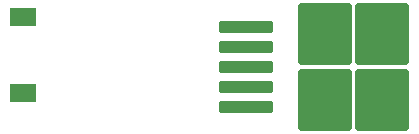
<source format=gbr>
G04 #@! TF.GenerationSoftware,KiCad,Pcbnew,9.0.1*
G04 #@! TF.CreationDate,2026-02-11T02:11:43+05:30*
G04 #@! TF.ProjectId,kicadfiles.txt,6b696361-6466-4696-9c65-732e7478742e,rev?*
G04 #@! TF.SameCoordinates,Original*
G04 #@! TF.FileFunction,Paste,Bot*
G04 #@! TF.FilePolarity,Positive*
%FSLAX46Y46*%
G04 Gerber Fmt 4.6, Leading zero omitted, Abs format (unit mm)*
G04 Created by KiCad (PCBNEW 9.0.1) date 2026-02-11 02:11:43*
%MOMM*%
%LPD*%
G01*
G04 APERTURE LIST*
G04 Aperture macros list*
%AMRoundRect*
0 Rectangle with rounded corners*
0 $1 Rounding radius*
0 $2 $3 $4 $5 $6 $7 $8 $9 X,Y pos of 4 corners*
0 Add a 4 corners polygon primitive as box body*
4,1,4,$2,$3,$4,$5,$6,$7,$8,$9,$2,$3,0*
0 Add four circle primitives for the rounded corners*
1,1,$1+$1,$2,$3*
1,1,$1+$1,$4,$5*
1,1,$1+$1,$6,$7*
1,1,$1+$1,$8,$9*
0 Add four rect primitives between the rounded corners*
20,1,$1+$1,$2,$3,$4,$5,0*
20,1,$1+$1,$4,$5,$6,$7,0*
20,1,$1+$1,$6,$7,$8,$9,0*
20,1,$1+$1,$8,$9,$2,$3,0*%
G04 Aperture macros list end*
%ADD10RoundRect,0.250000X-2.025000X-2.375000X2.025000X-2.375000X2.025000X2.375000X-2.025000X2.375000X0*%
%ADD11RoundRect,0.250000X-2.050000X-0.300000X2.050000X-0.300000X2.050000X0.300000X-2.050000X0.300000X0*%
%ADD12R,2.200000X1.500000*%
G04 APERTURE END LIST*
D10*
X158555000Y-68975000D03*
X158555000Y-74525000D03*
X163405000Y-68975000D03*
X163405000Y-74525000D03*
D11*
X151830000Y-75150000D03*
X151830000Y-73450000D03*
X151830000Y-71750000D03*
X151830000Y-70050000D03*
X151830000Y-68350000D03*
D12*
X132980000Y-73950000D03*
X132980000Y-67550000D03*
M02*

</source>
